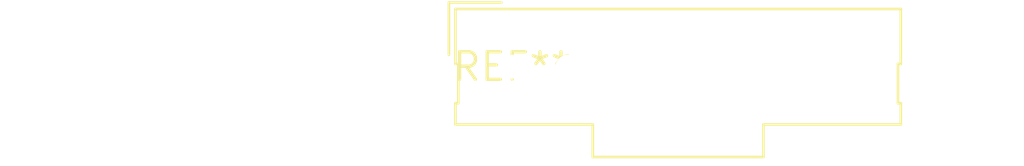
<source format=kicad_pcb>
(kicad_pcb (version 20240108) (generator pcbnew)
  (layers (0 "F.Cu" signal) (31 "B.Cu" signal) (34 "B.Paste" user) (35 "F.Paste" user) (36 "B.SilkS" user "B.Silkscreen") (37 "F.SilkS" user "F.Silkscreen") (38 "B.Mask" user) (39 "F.Mask" user) (44 "Edge.Cuts" user))
  (net 0 "")
  (footprint "Molex_SL_171971-0007_1x07_P2.54mm_Vertical" (layer "F.Cu") (at 0 0)
    (property "Reference" "REF**")
    (property "Value" "Molex_SL_171971-0007_1x07_P2.54mm_Vertical")
    (fp_line (start -2.91 -2.96) (end -0.5 -2.96) (layer "F.SilkS") (stroke (width 0.12)))
    (fp_line (start -2.91 -0.55) (end -2.91 -2.96) (layer "F.SilkS") (stroke (width 0.12)))
    (fp_line (start -2.61 -2.66) (end -2.61 -0.13) (layer "F.SilkS") (stroke (width 0.12)))
    (fp_line (start -2.61 -0.13) (end -2.48 -0.13) (layer "F.SilkS") (stroke (width 0.12)))
    (fp_line (start -2.61 1.68) (end -2.61 2.66) (layer "F.SilkS") (stroke (width 0.12)))
    (fp_line (start -2.61 2.66) (end 3.7 2.66) (layer "F.SilkS") (stroke (width 0.12)))
    (fp_line (start -2.48 -0.13) (end -2.48 1.68) (layer "F.SilkS") (stroke (width 0.12)))
    (fp_line (start -2.48 1.68) (end -2.61 1.68) (layer "F.SilkS") (stroke (width 0.12)))
    (fp_line (start 3.7 2.66) (end 3.7 4.16) (layer "F.SilkS") (stroke (width 0.12)))
    (fp_line (start 3.7 4.16) (end 11.54 4.16) (layer "F.SilkS") (stroke (width 0.12)))
    (fp_line (start 11.54 2.66) (end 17.85 2.66) (layer "F.SilkS") (stroke (width 0.12)))
    (fp_line (start 11.54 4.16) (end 11.54 2.66) (layer "F.SilkS") (stroke (width 0.12)))
    (fp_line (start 17.72 -0.13) (end 17.85 -0.13) (layer "F.SilkS") (stroke (width 0.12)))
    (fp_line (start 17.72 1.68) (end 17.72 -0.13) (layer "F.SilkS") (stroke (width 0.12)))
    (fp_line (start 17.85 -2.66) (end -2.61 -2.66) (layer "F.SilkS") (stroke (width 0.12)))
    (fp_line (start 17.85 -0.13) (end 17.85 -2.66) (layer "F.SilkS") (stroke (width 0.12)))
    (fp_line (start 17.85 1.68) (end 17.72 1.68) (layer "F.SilkS") (stroke (width 0.12)))
    (fp_line (start 17.85 2.66) (end 17.85 1.68) (layer "F.SilkS") (stroke (width 0.12)))
    (pad "1" thru_hole roundrect (at 0 0) (size 1.74 1.74) (drill 1.09) (layers *.Cu *.Mask) (remove_unused_layers) (roundrect_rratio 0.143678))
    (pad "2" thru_hole circle (at 2.54 0) (size 1.74 1.74) (drill 1.09) (layers *.Cu *.Mask) (remove_unused_layers))
    (pad "3" thru_hole circle (at 5.08 0) (size 1.74 1.74) (drill 1.09) (layers *.Cu *.Mask) (remove_unused_layers))
    (pad "4" thru_hole circle (at 7.62 0) (size 1.74 1.74) (drill 1.09) (layers *.Cu *.Mask) (remove_unused_layers))
    (pad "5" thru_hole circle (at 10.16 0) (size 1.74 1.74) (drill 1.09) (layers *.Cu *.Mask) (remove_unused_layers))
    (pad "6" thru_hole circle (at 12.7 0) (size 1.74 1.74) (drill 1.09) (layers *.Cu *.Mask) (remove_unused_layers))
    (pad "7" thru_hole circle (at 15.24 0) (size 1.74 1.74) (drill 1.09) (layers *.Cu *.Mask) (remove_unused_layers))
  )
)
</source>
